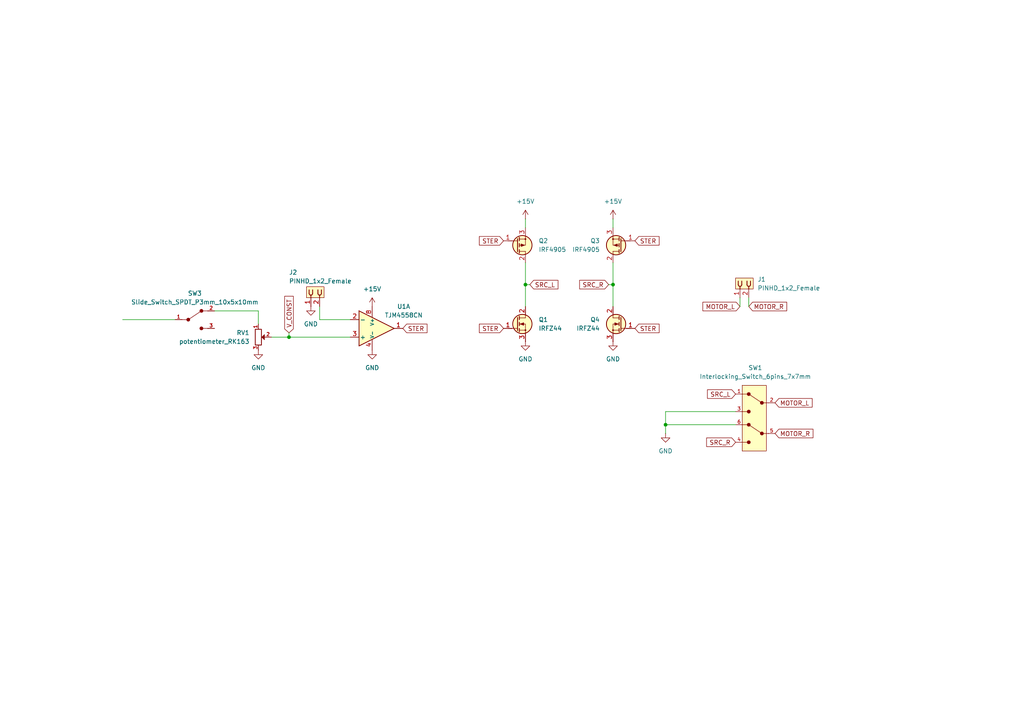
<source format=kicad_sch>
(kicad_sch (version 20231120) (generator "eeschema") (generator_version "8.0")
  (paper "A4")
  (lib_symbols
    (symbol "PCM_Amplifier_Operational_AKL:TJM4558CN" (pin_names (offset 0.2))
      (property "Reference" "U" (at 1.27 6.35 0))
      (property "Value" "TJM4558CN" (at 1.27 3.81 0))
      (symbol "TJM4558CN_0_1"
        (polyline (pts (xy -3.81 5.08) (xy -3.81 -5.08) (xy 6.35 0) (xy -3.81 5.08)) (stroke (width 0.254)) (fill (type background)))
      )
      (symbol "TJM4558CN_1_1"
        (pin output line (at 8.89 0 180) (length 2.54) (name "~") (number "1"))
        (pin input line (at -6.35 2.54 0) (length 2.54) (name "-") (number "2"))
        (pin input line (at -6.35 -2.54 0) (length 2.54) (name "+") (number "3"))
        (pin power_in line (at 0 -6.35 90) (length 3.18) (name "V-") (number "4"))
        (pin power_in line (at 0 6.35 270) (length 3.18) (name "V+") (number "8"))
      )
      (symbol "TJM4558CN_2_1"
        (pin input line (at -6.35 -2.54 0) (length 2.54) (name "+") (number "5"))
        (pin input line (at -6.35 2.54 0) (length 2.54) (name "-") (number "6"))
        (pin output line (at 8.89 0 180) (length 2.54) (name "~") (number "7"))
      )
    )
    (symbol "PCM_SL_Devices:Interlocking_Switch_6pins_7x7mm"
      (property "Reference" "SW" (at 0 13.97 0))
      (property "Value" "Interlocking_Switch_6pins_7x7mm" (at 1.27 -10.16 0))
      (symbol "Interlocking_Switch_6pins_7x7mm_0_1"
        (rectangle (start -3.81 10.16) (end 3.175 -8.89) (fill (type background)))
        (circle (center -2.54 -3.81) (radius 0.4579) (fill (type outline)))
        (circle (center -2.54 5.08) (radius 0.4579) (fill (type outline)))
        (polyline (pts (xy -4.445 -3.81) (xy -3.048 -3.81)))
        (polyline (pts (xy -4.445 5.08) (xy -3.048 5.08)))
        (polyline (pts (xy -2.54 -3.81) (xy 1.27 -1.27)))
        (polyline (pts (xy -2.54 5.08) (xy 1.27 7.62)))
        (polyline (pts (xy 1.778 -6.35) (xy 3.175 -6.35)))
        (polyline (pts (xy 1.778 -1.27) (xy 3.175 -1.27)))
        (polyline (pts (xy 1.778 2.54) (xy 3.175 2.54)))
        (polyline (pts (xy 1.778 7.62) (xy 3.175 7.62)))
        (circle (center 1.27 -6.35) (radius 0.4579) (fill (type outline)))
        (circle (center 1.27 -1.27) (radius 0.4579) (fill (type outline)))
        (circle (center 1.27 2.54) (radius 0.4579) (fill (type outline)))
        (circle (center 1.27 7.62) (radius 0.4579) (fill (type outline)))
      )
      (symbol "Interlocking_Switch_6pins_7x7mm_1_1"
        (pin passive line (at 5.08 7.62 180) (length 2) (name "") (number "1"))
        (pin passive line (at -6.35 5.08 0) (length 2) (name "") (number "2"))
        (pin passive line (at 5.08 2.54 180) (length 2) (name "") (number "3"))
        (pin passive line (at 5.08 -6.35 180) (length 2) (name "") (number "4"))
        (pin passive line (at -6.35 -3.81 0) (length 2) (name "") (number "5"))
        (pin passive line (at 5.08 -1.27 180) (length 2) (name "") (number "6"))
      )
    )
    (symbol "PCM_SL_Devices:Slide_Switch_SPDT_P3mm_10x5x10mm"
      (property "Reference" "SW" (at 0 6.35 0))
      (property "Value" "Slide_Switch_SPDT_P3mm_10x5x10mm" (at -1.27 -5.08 0))
      (symbol "Slide_Switch_SPDT_P3mm_10x5x10mm_0_1"
        (circle (center -2.54 0) (radius 0.4579) (fill (type outline)))
        (polyline (pts (xy -4.445 0) (xy -3.048 0)))
        (polyline (pts (xy -2.54 0) (xy 1.27 2.54)))
        (polyline (pts (xy 1.778 -2.54) (xy 3.175 -2.54)))
        (polyline (pts (xy 1.778 2.54) (xy 3.175 2.54)))
        (circle (center 1.27 -2.54) (radius 0.4579) (fill (type outline)))
        (circle (center 1.27 2.54) (radius 0.4579) (fill (type outline)))
      )
      (symbol "Slide_Switch_SPDT_P3mm_10x5x10mm_1_1"
        (pin passive line (at -6.35 0 0) (length 2) (name "") (number "1"))
        (pin passive line (at 5.08 2.54 180) (length 2) (name "") (number "2"))
        (pin passive line (at 5.08 -2.54 180) (length 2) (name "") (number "3"))
      )
    )
    (symbol "PCM_SL_Devices:potentiometer_RK163"
      (property "Reference" "RV" (at 0 -2.286 0))
      (property "Value" "potentiometer_RK163" (at 0 -3.81 0))
      (symbol "potentiometer_RK163_0_1"
        (rectangle (start -2.286 0.889) (end 2.286 -0.889) (stroke (width 0.24)))
        (polyline (pts (xy 0 1.016) (xy 0.762 1.778) (xy -0.762 1.778) (xy 0 1.016)) (fill (type outline)))
      )
      (symbol "potentiometer_RK163_1_1"
        (pin passive line (at -3.81 0 0) (length 1.5) (name "~") (number "1"))
        (pin passive line (at 0 3.81 270) (length 2) (name "~") (number "2"))
        (pin passive line (at 3.81 0 180) (length 1.5) (name "~") (number "3"))
      )
    )
    (symbol "PCM_SL_Pin_Headers:PINHD_1x2_Female"
      (property "Reference" "J" (at 0 7.62 0))
      (property "Value" "PINHD_1x2_Female" (at 0 5.08 0))
      (symbol "PINHD_1x2_Female_0_1"
        (rectangle (start -1.27 2.54) (end 1.905 -2.54) (fill (type background)))
        (arc (start -0.508 -1.27) (mid -0.3592 -1.6292) (end 0 -1.778) (stroke (width 0.25)))
        (arc (start -0.508 1.27) (mid -0.3592 0.9108) (end 0 0.762) (stroke (width 0.25)))
        (arc (start 0 -0.762) (mid -0.3592 -0.9108) (end -0.508 -1.27) (stroke (width 0.25)))
        (polyline (pts (xy -1.27 -1.27) (xy -0.508 -1.27)) (stroke (width 0.25)))
        (polyline (pts (xy -1.27 1.27) (xy -0.508 1.27)) (stroke (width 0.25)))
        (polyline (pts (xy 0 -1.778) (xy 1.016 -1.778)) (stroke (width 0.25)))
        (polyline (pts (xy 0 -0.762) (xy 1.016 -0.762)) (stroke (width 0.25)))
        (polyline (pts (xy 0 0.762) (xy 1.016 0.762)) (stroke (width 0.25)))
        (polyline (pts (xy 0 1.778) (xy 1.016 1.778)) (stroke (width 0.25)))
        (arc (start 0 1.778) (mid -0.3592 1.6292) (end -0.508 1.27) (stroke (width 0.25)))
      )
      (symbol "PINHD_1x2_Female_1_1"
        (pin passive line (at -3.81 1.27 0) (length 2.54) (name "") (number "1"))
        (pin passive line (at -3.81 -1.27 0) (length 2.54) (name "") (number "2"))
      )
    )
    (symbol "PCM_Transistor_MOSFET_AKL:IRF4905" (pin_names hide)
      (property "Reference" "Q" (at 5.08 1.27 0))
      (property "Value" "IRF4905" (at 5.08 -1.27 0))
      (symbol "IRF4905_0_1"
        (polyline (pts (xy 0.254 -1.905) (xy 0.254 1.905)) (stroke (width 0.254)))
        (polyline (pts (xy 0.254 1.27) (xy -2.54 1.27)))
        (polyline (pts (xy 0.762 -2.286) (xy 0.762 -1.27)) (stroke (width 0.254)))
        (polyline (pts (xy 0.762 -1.778) (xy 2.54 -1.778)))
        (polyline (pts (xy 0.762 -0.508) (xy 0.762 0.508)) (stroke (width 0.254)))
        (polyline (pts (xy 0.762 1.27) (xy 0.762 2.286)) (stroke (width 0.254)))
        (polyline (pts (xy 0.762 1.778) (xy 2.54 1.778)))
        (polyline (pts (xy 2.54 -2.54) (xy 2.54 -1.778)))
        (polyline (pts (xy 2.54 2.54) (xy 2.54 0) (xy 0.762 0)))
        (polyline (pts (xy 2.286 0) (xy 1.27 -0.381) (xy 1.27 0.381) (xy 2.286 0)) (fill (type outline)))
      )
      (symbol "IRF4905_1_1"
        (circle (center 1.651 0) (radius 2.794) (stroke (width 0.254)) (fill (type background)))
        (circle (center 2.54 1.778) (radius 0.1778) (fill (type outline)))
        (pin input line (at -3.81 1.27 0) (length 2.54) (name "G") (number "1"))
        (pin passive line (at 2.54 -5.08 90) (length 2.54) (name "D") (number "2"))
        (pin passive line (at 2.54 5.08 270) (length 2.54) (name "S") (number "3"))
      )
    )
    (symbol "PCM_Transistor_MOSFET_AKL:IRFZ44" (pin_names hide)
      (property "Reference" "Q" (at 5.08 1.27 0))
      (property "Value" "IRFZ44" (at 5.08 -1.27 0))
      (symbol "IRFZ44_0_1"
        (polyline (pts (xy 0.254 -1.27) (xy -2.54 -1.27)))
        (polyline (pts (xy 0.254 1.905) (xy 0.254 -1.905)) (stroke (width 0.254)))
        (polyline (pts (xy 0.762 -1.778) (xy 2.54 -1.778)))
        (polyline (pts (xy 0.762 -1.27) (xy 0.762 -2.286)) (stroke (width 0.254)))
        (polyline (pts (xy 0.762 0.508) (xy 0.762 -0.508)) (stroke (width 0.254)))
        (polyline (pts (xy 0.762 2.286) (xy 0.762 1.27)) (stroke (width 0.254)))
        (polyline (pts (xy 2.54 1.778) (xy 0.762 1.778)))
        (polyline (pts (xy 2.54 2.54) (xy 2.54 1.778)))
        (polyline (pts (xy 2.54 -2.54) (xy 2.54 0) (xy 0.762 0)))
        (polyline (pts (xy 1.016 0) (xy 2.032 0.381) (xy 2.032 -0.381) (xy 1.016 0)) (fill (type outline)))
        (circle (center 1.651 0) (radius 2.794) (stroke (width 0.254)) (fill (type background)))
        (circle (center 2.54 -1.778) (radius 0.1778) (fill (type outline)))
      )
      (symbol "IRFZ44_1_1"
        (pin input line (at -3.81 -1.27 0) (length 2.54) (name "G") (number "1"))
        (pin passive line (at 2.54 5.08 270) (length 2.54) (name "D") (number "2"))
        (pin passive line (at 2.54 -5.08 90) (length 2.54) (name "S") (number "3"))
      )
    )
    (symbol "power:+15V" (power) (pin_numbers hide) (pin_names (offset 0) hide)
      (property "Value" "+15V" (at 0 3.556 0))
      (symbol "+15V_0_1"
        (polyline (pts (xy -0.762 1.27) (xy 0 2.54)))
        (polyline (pts (xy 0 0) (xy 0 2.54)))
        (polyline (pts (xy 0 2.54) (xy 0.762 1.27)))
      )
      (symbol "+15V_1_1"
        (pin power_in line (at 0 0 90) (length 0) (name "~") (number "1"))
      )
    )
    (symbol "power:GND" (power) (pin_numbers hide) (pin_names (offset 0) hide)
      (property "Value" "GND" (at 0 -3.81 0))
      (symbol "GND_0_1"
        (polyline (pts (xy 0 0) (xy 0 -1.27) (xy 1.27 -1.27) (xy 0 -2.54) (xy -1.27 -1.27) (xy 0 -1.27)))
      )
      (symbol "GND_1_1"
        (pin power_in line (at 0 0 270) (length 0) (name "~") (number "1"))
      )
    )
  )
  (junction (at 193.04 123.19))
  (junction (at 83.82 97.79))
  (junction (at 177.8 82.55))
  (junction (at 152.4 82.55))
  (wire (pts (xy 83.82 96.52) (xy 83.82 97.79)))
  (wire (pts (xy 176.53 82.55) (xy 177.8 82.55)))
  (wire (pts (xy 217.17 86.36) (xy 217.17 88.9)))
  (wire (pts (xy 152.4 82.55) (xy 152.4 88.9)))
  (wire (pts (xy 177.8 82.55) (xy 177.8 88.9)))
  (wire (pts (xy 62.23 90.17) (xy 74.93 90.17)))
  (wire (pts (xy 50.8 92.71) (xy 35.56 92.71)))
  (wire (pts (xy 213.36 119.38) (xy 193.04 119.38)))
  (wire (pts (xy 92.71 92.71) (xy 92.71 88.9)))
  (wire (pts (xy 193.04 119.38) (xy 193.04 123.19)))
  (wire (pts (xy 152.4 63.5) (xy 152.4 66.04)))
  (wire (pts (xy 177.8 63.5) (xy 177.8 66.04)))
  (wire (pts (xy 213.36 123.19) (xy 193.04 123.19)))
  (wire (pts (xy 152.4 76.2) (xy 152.4 82.55)))
  (wire (pts (xy 214.63 86.36) (xy 214.63 88.9)))
  (wire (pts (xy 177.8 76.2) (xy 177.8 82.55)))
  (wire (pts (xy 153.67 82.55) (xy 152.4 82.55)))
  (wire (pts (xy 78.74 97.79) (xy 83.82 97.79)))
  (wire (pts (xy 83.82 97.79) (xy 101.6 97.79)))
  (wire (pts (xy 74.93 90.17) (xy 74.93 93.98)))
  (wire (pts (xy 101.6 92.71) (xy 92.71 92.71)))
  (wire (pts (xy 193.04 123.19) (xy 193.04 125.73)))
  (global_label "STER" (shape input) (at 116.84 95.25 0) (property "Intersheetrefs" "${INTERSHEET_REFS}" (effects (hide yes))))
  (global_label "SRC_R" (shape input) (at 213.36 128.27 180) (property "Intersheetrefs" "${INTERSHEET_REFS}" (effects (hide yes))))
  (global_label "STER" (shape input) (at 184.15 69.85 0) (property "Intersheetrefs" "${INTERSHEET_REFS}" (effects (hide yes))))
  (global_label "STER" (shape input) (at 146.05 95.25 180) (property "Intersheetrefs" "${INTERSHEET_REFS}" (effects (hide yes))))
  (global_label "MOTOR_L" (shape input) (at 214.63 88.9 180) (property "Intersheetrefs" "${INTERSHEET_REFS}" (effects (hide yes))))
  (global_label "SRC_L" (shape input) (at 213.36 114.3 180) (property "Intersheetrefs" "${INTERSHEET_REFS}" (effects (hide yes))))
  (global_label "MOTOR_R" (shape input) (at 224.79 125.73 0) (property "Intersheetrefs" "${INTERSHEET_REFS}" (effects (hide yes))))
  (global_label "STER" (shape input) (at 146.05 69.85 180) (property "Intersheetrefs" "${INTERSHEET_REFS}" (effects (hide yes))))
  (global_label "V_CONST" (shape input) (at 83.82 96.52 90) (property "Intersheetrefs" "${INTERSHEET_REFS}" (effects (hide yes))))
  (global_label "SRC_R" (shape input) (at 176.53 82.55 180) (property "Intersheetrefs" "${INTERSHEET_REFS}" (effects (hide yes))))
  (global_label "SRC_L" (shape input) (at 153.67 82.55 0) (property "Intersheetrefs" "${INTERSHEET_REFS}" (effects (hide yes))))
  (global_label "MOTOR_L" (shape input) (at 224.79 116.84 0) (property "Intersheetrefs" "${INTERSHEET_REFS}" (effects (hide yes))))
  (global_label "STER" (shape input) (at 184.15 95.25 0) (property "Intersheetrefs" "${INTERSHEET_REFS}" (effects (hide yes))))
  (global_label "MOTOR_R" (shape input) (at 217.17 88.9 0) (property "Intersheetrefs" "${INTERSHEET_REFS}" (effects (hide yes))))
  (symbol (lib_id "PCM_SL_Devices:Slide_Switch_SPDT_P3mm_10x5x10mm") (at 57.15 92.71 0) (unit 1)
    (property "Reference" "SW3" (at 56.515 85.09 0))
    (property "Value" "Slide_Switch_SPDT_P3mm_10x5x10mm" (at 56.515 87.63 0))
    (property "Footprint" "PCM_SL_Devices:Slide_Switch_SPDT_P3mm_10x5x10mm" (effects (hide yes)))
    (property "Description" "SPDT Slide Switch with 10mm length, 5mm width and 10mm hight." (effects (hide yes)))
  )
  (symbol (lib_id "PCM_Transistor_MOSFET_AKL:IRFZ44") (at 180.34 93.98 0) (mirror y) (unit 1)
    (property "Reference" "Q4" (at 173.99 92.7099 0) (effects (justify left)))
    (property "Value" "IRFZ44" (at 173.99 95.2499 0) (effects (justify left)))
    (property "Footprint" "PCM_Package_TO_SOT_THT_AKL:TO-220-3_Vertical_GDS" (effects (hide yes)))
    (property "Datasheet" "https://www.tme.eu/Document/0a193606916533598eb8a6f20b25c9c9/IRFZ44.pdf" (effects (hide yes)))
    (property "Description" "TO-220 N-MOSFET enchancement mode transistor, 60V, 50A, 150W, Alternate KiCAD Library" (effects (hide yes)))
  )
  (symbol (lib_id "power:GND") (at 107.95 101.6 0) (unit 1)
    (property "Reference" "#PWR05" (effects (hide yes)))
    (property "Value" "GND" (at 107.95 106.68 0))
    (property "Description" "Power symbol creates a global label with name \"GND\" , ground" (effects (hide yes)))
  )
  (symbol (lib_id "PCM_SL_Pin_Headers:PINHD_1x2_Female") (at 215.9 82.55 90) (unit 1)
    (property "Reference" "J1" (at 219.71 81.0249 90) (effects (justify right)))
    (property "Value" "PINHD_1x2_Female" (at 219.71 83.5649 90) (effects (justify right)))
    (property "Footprint" "PCM_SL_Connectors:PinSocket_1x02_P2.54mm_Vertical" (effects (hide yes)))
    (property "Description" "Pin Header female with pin space 2.54mm. Pin Count -2" (effects (hide yes)))
  )
  (symbol (lib_id "PCM_Transistor_MOSFET_AKL:IRF4905") (at 149.86 71.12 0) (unit 1)
    (property "Reference" "Q2" (at 156.21 69.8499 0) (effects (justify left)))
    (property "Value" "IRF4905" (at 156.21 72.3899 0) (effects (justify left)))
    (property "Footprint" "PCM_Package_TO_SOT_THT_AKL:TO-220-3_Vertical_GDS" (effects (hide yes)))
    (property "Datasheet" "https://www.tme.eu/Document/6b5423f4bc207bf599b8e5a57c2f701a/irf4905.pdf" (effects (hide yes)))
    (property "Description" "TO-220 P-MOSFET enchancement mode transistor, 55V, 74A, 200W, Alternate KiCAD Library" (effects (hide yes)))
  )
  (symbol (lib_id "power:GND") (at 74.93 101.6 0) (unit 1)
    (property "Reference" "#PWR09" (effects (hide yes)))
    (property "Value" "GND" (at 74.93 106.68 0))
    (property "Description" "Power symbol creates a global label with name \"GND\" , ground" (effects (hide yes)))
  )
  (symbol (lib_id "power:+15V") (at 107.95 88.9 0) (unit 1)
    (property "Reference" "#PWR02" (effects (hide yes)))
    (property "Value" "+15V" (at 107.95 83.82 0))
    (property "Description" "Power symbol creates a global label with name \"+15V\"" (effects (hide yes)))
  )
  (symbol (lib_id "PCM_Amplifier_Operational_AKL:TJM4558CN") (at 107.95 95.25 0) (unit 1)
    (property "Reference" "U1" (at 117.094 88.9 0))
    (property "Value" "TJM4558CN" (at 117.094 91.44 0))
    (property "Footprint" "PCM_Package_DIP_AKL:DIP-8_W7.62mm_LongPads" (effects (hide yes)))
    (property "Datasheet" "https://www.st.com/resource/en/datasheet/tjm4558.pdf" (effects (hide yes)))
    (property "Description" "DIP-8 Dual Operational Amplifier, 5mV Offset, 5.5MHz GBW, Alternate KiCAD Library" (effects (hide yes)))
  )
  (symbol (lib_id "PCM_SL_Devices:potentiometer_RK163") (at 74.93 97.79 270) (unit 1)
    (property "Reference" "RV1" (at 72.39 96.5199 90) (effects (justify right)))
    (property "Value" "potentiometer_RK163" (at 72.39 99.0599 90) (effects (justify right)))
    (property "Footprint" "Potentiometer_THT:Potentiometer_Alps_RK163_Single_Horizontal" (effects (hide yes)))
    (property "Description" "potentiometer_RK163" (effects (hide yes)))
  )
  (symbol (lib_id "power:GND") (at 177.8 99.06 0) (unit 1)
    (property "Reference" "#PWR03" (effects (hide yes)))
    (property "Value" "GND" (at 177.8 104.14 0))
    (property "Description" "Power symbol creates a global label with name \"GND\" , ground" (effects (hide yes)))
  )
  (symbol (lib_id "PCM_SL_Pin_Headers:PINHD_1x2_Female") (at 91.44 85.09 90) (unit 1)
    (property "Reference" "J2" (at 83.82 78.994 90) (effects (justify right)))
    (property "Value" "PINHD_1x2_Female" (at 83.82 81.534 90) (effects (justify right)))
    (property "Footprint" "Connector_PinSocket_2.54mm:PinSocket_1x02_P2.54mm_Vertical" (effects (hide yes)))
    (property "Description" "Pin Header female with pin space 2.54mm. Pin Count -2" (effects (hide yes)))
  )
  (symbol (lib_id "PCM_Transistor_MOSFET_AKL:IRF4905") (at 180.34 71.12 0) (mirror y) (unit 1)
    (property "Reference" "Q3" (at 173.99 69.8499 0) (effects (justify left)))
    (property "Value" "IRF4905" (at 173.99 72.3899 0) (effects (justify left)))
    (property "Footprint" "PCM_Package_TO_SOT_THT_AKL:TO-220-3_Vertical_GDS" (effects (hide yes)))
    (property "Datasheet" "https://www.tme.eu/Document/6b5423f4bc207bf599b8e5a57c2f701a/irf4905.pdf" (effects (hide yes)))
    (property "Description" "TO-220 P-MOSFET enchancement mode transistor, 55V, 74A, 200W, Alternate KiCAD Library" (effects (hide yes)))
  )
  (symbol (lib_id "PCM_SL_Devices:Interlocking_Switch_6pins_7x7mm") (at 218.44 121.92 0) (mirror y) (unit 1)
    (property "Reference" "SW1" (at 219.075 106.68 0))
    (property "Value" "Interlocking_Switch_6pins_7x7mm" (at 219.075 109.22 0))
    (property "Footprint" "PCM_SL_Devices:Interlocking_Switch_6-pin_7x7mm" (effects (hide yes)))
  )
  (symbol (lib_id "power:GND") (at 90.17 88.9 0) (unit 1)
    (property "Reference" "#PWR06" (effects (hide yes)))
    (property "Value" "GND" (at 90.17 93.98 0))
    (property "Description" "Power symbol creates a global label with name \"GND\" , ground" (effects (hide yes)))
  )
  (symbol (lib_id "PCM_Transistor_MOSFET_AKL:IRFZ44") (at 149.86 93.98 0) (unit 1)
    (property "Reference" "Q1" (at 156.21 92.7099 0) (effects (justify left)))
    (property "Value" "IRFZ44" (at 156.21 95.2499 0) (effects (justify left)))
    (property "Footprint" "PCM_Package_TO_SOT_THT_AKL:TO-220-3_Vertical_GDS" (effects (hide yes)))
    (property "Datasheet" "https://www.tme.eu/Document/0a193606916533598eb8a6f20b25c9c9/IRFZ44.pdf" (effects (hide yes)))
    (property "Description" "TO-220 N-MOSFET enchancement mode transistor, 60V, 50A, 150W, Alternate KiCAD Library" (effects (hide yes)))
  )
  (symbol (lib_id "power:GND") (at 152.4 99.06 0) (unit 1)
    (property "Reference" "#PWR04" (effects (hide yes)))
    (property "Value" "GND" (at 152.4 104.14 0))
    (property "Description" "Power symbol creates a global label with name \"GND\" , ground" (effects (hide yes)))
  )
  (symbol (lib_id "power:+15V") (at 177.8 63.5 0) (unit 1)
    (property "Reference" "#PWR07" (effects (hide yes)))
    (property "Value" "+15V" (at 177.8 58.42 0))
    (property "Description" "Power symbol creates a global label with name \"+15V\"" (effects (hide yes)))
  )
  (symbol (lib_id "power:+15V") (at 152.4 63.5 0) (unit 1)
    (property "Reference" "#PWR01" (effects (hide yes)))
    (property "Value" "+15V" (at 152.4 58.42 0))
    (property "Description" "Power symbol creates a global label with name \"+15V\"" (effects (hide yes)))
  )
  (symbol (lib_id "power:GND") (at 193.04 125.73 0) (unit 1)
    (property "Reference" "#PWR08" (effects (hide yes)))
    (property "Value" "GND" (at 193.04 130.81 0))
    (property "Description" "Power symbol creates a global label with name \"GND\" , ground" (effects (hide yes)))
  )
)
</source>
